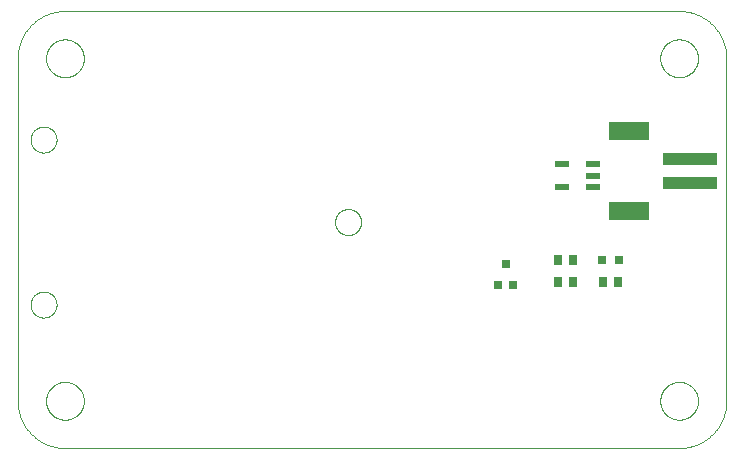
<source format=gtp>
G75*
%MOIN*%
%OFA0B0*%
%FSLAX25Y25*%
%IPPOS*%
%LPD*%
%AMOC8*
5,1,8,0,0,1.08239X$1,22.5*
%
%ADD10R,0.18110X0.03937*%
%ADD11R,0.13386X0.06299*%
%ADD12C,0.00000*%
%ADD13R,0.02756X0.02756*%
%ADD14R,0.04724X0.02165*%
%ADD15R,0.03150X0.03150*%
%ADD16R,0.02756X0.03543*%
D10*
X0268043Y0122554D03*
X0268043Y0130428D03*
D11*
X0247571Y0139877D03*
X0247571Y0113105D03*
D12*
X0264339Y0034156D02*
X0059614Y0034156D01*
X0053315Y0049904D02*
X0053317Y0050062D01*
X0053323Y0050220D01*
X0053333Y0050378D01*
X0053347Y0050536D01*
X0053365Y0050693D01*
X0053386Y0050850D01*
X0053412Y0051006D01*
X0053442Y0051162D01*
X0053475Y0051317D01*
X0053513Y0051470D01*
X0053554Y0051623D01*
X0053599Y0051775D01*
X0053648Y0051926D01*
X0053701Y0052075D01*
X0053757Y0052223D01*
X0053817Y0052369D01*
X0053881Y0052514D01*
X0053949Y0052657D01*
X0054020Y0052799D01*
X0054094Y0052939D01*
X0054172Y0053076D01*
X0054254Y0053212D01*
X0054338Y0053346D01*
X0054427Y0053477D01*
X0054518Y0053606D01*
X0054613Y0053733D01*
X0054710Y0053858D01*
X0054811Y0053980D01*
X0054915Y0054099D01*
X0055022Y0054216D01*
X0055132Y0054330D01*
X0055245Y0054441D01*
X0055360Y0054550D01*
X0055478Y0054655D01*
X0055599Y0054757D01*
X0055722Y0054857D01*
X0055848Y0054953D01*
X0055976Y0055046D01*
X0056106Y0055136D01*
X0056239Y0055222D01*
X0056374Y0055306D01*
X0056510Y0055385D01*
X0056649Y0055462D01*
X0056790Y0055534D01*
X0056932Y0055604D01*
X0057076Y0055669D01*
X0057222Y0055731D01*
X0057369Y0055789D01*
X0057518Y0055844D01*
X0057668Y0055895D01*
X0057819Y0055942D01*
X0057971Y0055985D01*
X0058124Y0056024D01*
X0058279Y0056060D01*
X0058434Y0056091D01*
X0058590Y0056119D01*
X0058746Y0056143D01*
X0058903Y0056163D01*
X0059061Y0056179D01*
X0059218Y0056191D01*
X0059377Y0056199D01*
X0059535Y0056203D01*
X0059693Y0056203D01*
X0059851Y0056199D01*
X0060010Y0056191D01*
X0060167Y0056179D01*
X0060325Y0056163D01*
X0060482Y0056143D01*
X0060638Y0056119D01*
X0060794Y0056091D01*
X0060949Y0056060D01*
X0061104Y0056024D01*
X0061257Y0055985D01*
X0061409Y0055942D01*
X0061560Y0055895D01*
X0061710Y0055844D01*
X0061859Y0055789D01*
X0062006Y0055731D01*
X0062152Y0055669D01*
X0062296Y0055604D01*
X0062438Y0055534D01*
X0062579Y0055462D01*
X0062718Y0055385D01*
X0062854Y0055306D01*
X0062989Y0055222D01*
X0063122Y0055136D01*
X0063252Y0055046D01*
X0063380Y0054953D01*
X0063506Y0054857D01*
X0063629Y0054757D01*
X0063750Y0054655D01*
X0063868Y0054550D01*
X0063983Y0054441D01*
X0064096Y0054330D01*
X0064206Y0054216D01*
X0064313Y0054099D01*
X0064417Y0053980D01*
X0064518Y0053858D01*
X0064615Y0053733D01*
X0064710Y0053606D01*
X0064801Y0053477D01*
X0064890Y0053346D01*
X0064974Y0053212D01*
X0065056Y0053076D01*
X0065134Y0052939D01*
X0065208Y0052799D01*
X0065279Y0052657D01*
X0065347Y0052514D01*
X0065411Y0052369D01*
X0065471Y0052223D01*
X0065527Y0052075D01*
X0065580Y0051926D01*
X0065629Y0051775D01*
X0065674Y0051623D01*
X0065715Y0051470D01*
X0065753Y0051317D01*
X0065786Y0051162D01*
X0065816Y0051006D01*
X0065842Y0050850D01*
X0065863Y0050693D01*
X0065881Y0050536D01*
X0065895Y0050378D01*
X0065905Y0050220D01*
X0065911Y0050062D01*
X0065913Y0049904D01*
X0065911Y0049746D01*
X0065905Y0049588D01*
X0065895Y0049430D01*
X0065881Y0049272D01*
X0065863Y0049115D01*
X0065842Y0048958D01*
X0065816Y0048802D01*
X0065786Y0048646D01*
X0065753Y0048491D01*
X0065715Y0048338D01*
X0065674Y0048185D01*
X0065629Y0048033D01*
X0065580Y0047882D01*
X0065527Y0047733D01*
X0065471Y0047585D01*
X0065411Y0047439D01*
X0065347Y0047294D01*
X0065279Y0047151D01*
X0065208Y0047009D01*
X0065134Y0046869D01*
X0065056Y0046732D01*
X0064974Y0046596D01*
X0064890Y0046462D01*
X0064801Y0046331D01*
X0064710Y0046202D01*
X0064615Y0046075D01*
X0064518Y0045950D01*
X0064417Y0045828D01*
X0064313Y0045709D01*
X0064206Y0045592D01*
X0064096Y0045478D01*
X0063983Y0045367D01*
X0063868Y0045258D01*
X0063750Y0045153D01*
X0063629Y0045051D01*
X0063506Y0044951D01*
X0063380Y0044855D01*
X0063252Y0044762D01*
X0063122Y0044672D01*
X0062989Y0044586D01*
X0062854Y0044502D01*
X0062718Y0044423D01*
X0062579Y0044346D01*
X0062438Y0044274D01*
X0062296Y0044204D01*
X0062152Y0044139D01*
X0062006Y0044077D01*
X0061859Y0044019D01*
X0061710Y0043964D01*
X0061560Y0043913D01*
X0061409Y0043866D01*
X0061257Y0043823D01*
X0061104Y0043784D01*
X0060949Y0043748D01*
X0060794Y0043717D01*
X0060638Y0043689D01*
X0060482Y0043665D01*
X0060325Y0043645D01*
X0060167Y0043629D01*
X0060010Y0043617D01*
X0059851Y0043609D01*
X0059693Y0043605D01*
X0059535Y0043605D01*
X0059377Y0043609D01*
X0059218Y0043617D01*
X0059061Y0043629D01*
X0058903Y0043645D01*
X0058746Y0043665D01*
X0058590Y0043689D01*
X0058434Y0043717D01*
X0058279Y0043748D01*
X0058124Y0043784D01*
X0057971Y0043823D01*
X0057819Y0043866D01*
X0057668Y0043913D01*
X0057518Y0043964D01*
X0057369Y0044019D01*
X0057222Y0044077D01*
X0057076Y0044139D01*
X0056932Y0044204D01*
X0056790Y0044274D01*
X0056649Y0044346D01*
X0056510Y0044423D01*
X0056374Y0044502D01*
X0056239Y0044586D01*
X0056106Y0044672D01*
X0055976Y0044762D01*
X0055848Y0044855D01*
X0055722Y0044951D01*
X0055599Y0045051D01*
X0055478Y0045153D01*
X0055360Y0045258D01*
X0055245Y0045367D01*
X0055132Y0045478D01*
X0055022Y0045592D01*
X0054915Y0045709D01*
X0054811Y0045828D01*
X0054710Y0045950D01*
X0054613Y0046075D01*
X0054518Y0046202D01*
X0054427Y0046331D01*
X0054338Y0046462D01*
X0054254Y0046596D01*
X0054172Y0046732D01*
X0054094Y0046869D01*
X0054020Y0047009D01*
X0053949Y0047151D01*
X0053881Y0047294D01*
X0053817Y0047439D01*
X0053757Y0047585D01*
X0053701Y0047733D01*
X0053648Y0047882D01*
X0053599Y0048033D01*
X0053554Y0048185D01*
X0053513Y0048338D01*
X0053475Y0048491D01*
X0053442Y0048646D01*
X0053412Y0048802D01*
X0053386Y0048958D01*
X0053365Y0049115D01*
X0053347Y0049272D01*
X0053333Y0049430D01*
X0053323Y0049588D01*
X0053317Y0049746D01*
X0053315Y0049904D01*
X0043866Y0049904D02*
X0043871Y0049523D01*
X0043884Y0049143D01*
X0043907Y0048763D01*
X0043940Y0048384D01*
X0043981Y0048006D01*
X0044031Y0047629D01*
X0044091Y0047253D01*
X0044159Y0046878D01*
X0044237Y0046506D01*
X0044324Y0046135D01*
X0044419Y0045767D01*
X0044524Y0045401D01*
X0044637Y0045038D01*
X0044759Y0044677D01*
X0044889Y0044320D01*
X0045029Y0043966D01*
X0045176Y0043615D01*
X0045333Y0043268D01*
X0045497Y0042925D01*
X0045670Y0042586D01*
X0045851Y0042251D01*
X0046040Y0041920D01*
X0046237Y0041595D01*
X0046441Y0041274D01*
X0046654Y0040958D01*
X0046874Y0040648D01*
X0047101Y0040342D01*
X0047336Y0040043D01*
X0047578Y0039749D01*
X0047826Y0039461D01*
X0048082Y0039179D01*
X0048345Y0038904D01*
X0048614Y0038635D01*
X0048889Y0038372D01*
X0049171Y0038116D01*
X0049459Y0037868D01*
X0049753Y0037626D01*
X0050052Y0037391D01*
X0050358Y0037164D01*
X0050668Y0036944D01*
X0050984Y0036731D01*
X0051305Y0036527D01*
X0051630Y0036330D01*
X0051961Y0036141D01*
X0052296Y0035960D01*
X0052635Y0035787D01*
X0052978Y0035623D01*
X0053325Y0035466D01*
X0053676Y0035319D01*
X0054030Y0035179D01*
X0054387Y0035049D01*
X0054748Y0034927D01*
X0055111Y0034814D01*
X0055477Y0034709D01*
X0055845Y0034614D01*
X0056216Y0034527D01*
X0056588Y0034449D01*
X0056963Y0034381D01*
X0057339Y0034321D01*
X0057716Y0034271D01*
X0058094Y0034230D01*
X0058473Y0034197D01*
X0058853Y0034174D01*
X0059233Y0034161D01*
X0059614Y0034156D01*
X0059233Y0034161D01*
X0058853Y0034174D01*
X0058473Y0034197D01*
X0058094Y0034230D01*
X0057716Y0034271D01*
X0057339Y0034321D01*
X0056963Y0034381D01*
X0056588Y0034449D01*
X0056216Y0034527D01*
X0055845Y0034614D01*
X0055477Y0034709D01*
X0055111Y0034814D01*
X0054748Y0034927D01*
X0054387Y0035049D01*
X0054030Y0035179D01*
X0053676Y0035319D01*
X0053325Y0035466D01*
X0052978Y0035623D01*
X0052635Y0035787D01*
X0052296Y0035960D01*
X0051961Y0036141D01*
X0051630Y0036330D01*
X0051305Y0036527D01*
X0050984Y0036731D01*
X0050668Y0036944D01*
X0050358Y0037164D01*
X0050052Y0037391D01*
X0049753Y0037626D01*
X0049459Y0037868D01*
X0049171Y0038116D01*
X0048889Y0038372D01*
X0048614Y0038635D01*
X0048345Y0038904D01*
X0048082Y0039179D01*
X0047826Y0039461D01*
X0047578Y0039749D01*
X0047336Y0040043D01*
X0047101Y0040342D01*
X0046874Y0040648D01*
X0046654Y0040958D01*
X0046441Y0041274D01*
X0046237Y0041595D01*
X0046040Y0041920D01*
X0045851Y0042251D01*
X0045670Y0042586D01*
X0045497Y0042925D01*
X0045333Y0043268D01*
X0045176Y0043615D01*
X0045029Y0043966D01*
X0044889Y0044320D01*
X0044759Y0044677D01*
X0044637Y0045038D01*
X0044524Y0045401D01*
X0044419Y0045767D01*
X0044324Y0046135D01*
X0044237Y0046506D01*
X0044159Y0046878D01*
X0044091Y0047253D01*
X0044031Y0047629D01*
X0043981Y0048006D01*
X0043940Y0048384D01*
X0043907Y0048763D01*
X0043884Y0049143D01*
X0043871Y0049523D01*
X0043866Y0049904D01*
X0043866Y0164077D01*
X0053315Y0164077D02*
X0053317Y0164235D01*
X0053323Y0164393D01*
X0053333Y0164551D01*
X0053347Y0164709D01*
X0053365Y0164866D01*
X0053386Y0165023D01*
X0053412Y0165179D01*
X0053442Y0165335D01*
X0053475Y0165490D01*
X0053513Y0165643D01*
X0053554Y0165796D01*
X0053599Y0165948D01*
X0053648Y0166099D01*
X0053701Y0166248D01*
X0053757Y0166396D01*
X0053817Y0166542D01*
X0053881Y0166687D01*
X0053949Y0166830D01*
X0054020Y0166972D01*
X0054094Y0167112D01*
X0054172Y0167249D01*
X0054254Y0167385D01*
X0054338Y0167519D01*
X0054427Y0167650D01*
X0054518Y0167779D01*
X0054613Y0167906D01*
X0054710Y0168031D01*
X0054811Y0168153D01*
X0054915Y0168272D01*
X0055022Y0168389D01*
X0055132Y0168503D01*
X0055245Y0168614D01*
X0055360Y0168723D01*
X0055478Y0168828D01*
X0055599Y0168930D01*
X0055722Y0169030D01*
X0055848Y0169126D01*
X0055976Y0169219D01*
X0056106Y0169309D01*
X0056239Y0169395D01*
X0056374Y0169479D01*
X0056510Y0169558D01*
X0056649Y0169635D01*
X0056790Y0169707D01*
X0056932Y0169777D01*
X0057076Y0169842D01*
X0057222Y0169904D01*
X0057369Y0169962D01*
X0057518Y0170017D01*
X0057668Y0170068D01*
X0057819Y0170115D01*
X0057971Y0170158D01*
X0058124Y0170197D01*
X0058279Y0170233D01*
X0058434Y0170264D01*
X0058590Y0170292D01*
X0058746Y0170316D01*
X0058903Y0170336D01*
X0059061Y0170352D01*
X0059218Y0170364D01*
X0059377Y0170372D01*
X0059535Y0170376D01*
X0059693Y0170376D01*
X0059851Y0170372D01*
X0060010Y0170364D01*
X0060167Y0170352D01*
X0060325Y0170336D01*
X0060482Y0170316D01*
X0060638Y0170292D01*
X0060794Y0170264D01*
X0060949Y0170233D01*
X0061104Y0170197D01*
X0061257Y0170158D01*
X0061409Y0170115D01*
X0061560Y0170068D01*
X0061710Y0170017D01*
X0061859Y0169962D01*
X0062006Y0169904D01*
X0062152Y0169842D01*
X0062296Y0169777D01*
X0062438Y0169707D01*
X0062579Y0169635D01*
X0062718Y0169558D01*
X0062854Y0169479D01*
X0062989Y0169395D01*
X0063122Y0169309D01*
X0063252Y0169219D01*
X0063380Y0169126D01*
X0063506Y0169030D01*
X0063629Y0168930D01*
X0063750Y0168828D01*
X0063868Y0168723D01*
X0063983Y0168614D01*
X0064096Y0168503D01*
X0064206Y0168389D01*
X0064313Y0168272D01*
X0064417Y0168153D01*
X0064518Y0168031D01*
X0064615Y0167906D01*
X0064710Y0167779D01*
X0064801Y0167650D01*
X0064890Y0167519D01*
X0064974Y0167385D01*
X0065056Y0167249D01*
X0065134Y0167112D01*
X0065208Y0166972D01*
X0065279Y0166830D01*
X0065347Y0166687D01*
X0065411Y0166542D01*
X0065471Y0166396D01*
X0065527Y0166248D01*
X0065580Y0166099D01*
X0065629Y0165948D01*
X0065674Y0165796D01*
X0065715Y0165643D01*
X0065753Y0165490D01*
X0065786Y0165335D01*
X0065816Y0165179D01*
X0065842Y0165023D01*
X0065863Y0164866D01*
X0065881Y0164709D01*
X0065895Y0164551D01*
X0065905Y0164393D01*
X0065911Y0164235D01*
X0065913Y0164077D01*
X0065911Y0163919D01*
X0065905Y0163761D01*
X0065895Y0163603D01*
X0065881Y0163445D01*
X0065863Y0163288D01*
X0065842Y0163131D01*
X0065816Y0162975D01*
X0065786Y0162819D01*
X0065753Y0162664D01*
X0065715Y0162511D01*
X0065674Y0162358D01*
X0065629Y0162206D01*
X0065580Y0162055D01*
X0065527Y0161906D01*
X0065471Y0161758D01*
X0065411Y0161612D01*
X0065347Y0161467D01*
X0065279Y0161324D01*
X0065208Y0161182D01*
X0065134Y0161042D01*
X0065056Y0160905D01*
X0064974Y0160769D01*
X0064890Y0160635D01*
X0064801Y0160504D01*
X0064710Y0160375D01*
X0064615Y0160248D01*
X0064518Y0160123D01*
X0064417Y0160001D01*
X0064313Y0159882D01*
X0064206Y0159765D01*
X0064096Y0159651D01*
X0063983Y0159540D01*
X0063868Y0159431D01*
X0063750Y0159326D01*
X0063629Y0159224D01*
X0063506Y0159124D01*
X0063380Y0159028D01*
X0063252Y0158935D01*
X0063122Y0158845D01*
X0062989Y0158759D01*
X0062854Y0158675D01*
X0062718Y0158596D01*
X0062579Y0158519D01*
X0062438Y0158447D01*
X0062296Y0158377D01*
X0062152Y0158312D01*
X0062006Y0158250D01*
X0061859Y0158192D01*
X0061710Y0158137D01*
X0061560Y0158086D01*
X0061409Y0158039D01*
X0061257Y0157996D01*
X0061104Y0157957D01*
X0060949Y0157921D01*
X0060794Y0157890D01*
X0060638Y0157862D01*
X0060482Y0157838D01*
X0060325Y0157818D01*
X0060167Y0157802D01*
X0060010Y0157790D01*
X0059851Y0157782D01*
X0059693Y0157778D01*
X0059535Y0157778D01*
X0059377Y0157782D01*
X0059218Y0157790D01*
X0059061Y0157802D01*
X0058903Y0157818D01*
X0058746Y0157838D01*
X0058590Y0157862D01*
X0058434Y0157890D01*
X0058279Y0157921D01*
X0058124Y0157957D01*
X0057971Y0157996D01*
X0057819Y0158039D01*
X0057668Y0158086D01*
X0057518Y0158137D01*
X0057369Y0158192D01*
X0057222Y0158250D01*
X0057076Y0158312D01*
X0056932Y0158377D01*
X0056790Y0158447D01*
X0056649Y0158519D01*
X0056510Y0158596D01*
X0056374Y0158675D01*
X0056239Y0158759D01*
X0056106Y0158845D01*
X0055976Y0158935D01*
X0055848Y0159028D01*
X0055722Y0159124D01*
X0055599Y0159224D01*
X0055478Y0159326D01*
X0055360Y0159431D01*
X0055245Y0159540D01*
X0055132Y0159651D01*
X0055022Y0159765D01*
X0054915Y0159882D01*
X0054811Y0160001D01*
X0054710Y0160123D01*
X0054613Y0160248D01*
X0054518Y0160375D01*
X0054427Y0160504D01*
X0054338Y0160635D01*
X0054254Y0160769D01*
X0054172Y0160905D01*
X0054094Y0161042D01*
X0054020Y0161182D01*
X0053949Y0161324D01*
X0053881Y0161467D01*
X0053817Y0161612D01*
X0053757Y0161758D01*
X0053701Y0161906D01*
X0053648Y0162055D01*
X0053599Y0162206D01*
X0053554Y0162358D01*
X0053513Y0162511D01*
X0053475Y0162664D01*
X0053442Y0162819D01*
X0053412Y0162975D01*
X0053386Y0163131D01*
X0053365Y0163288D01*
X0053347Y0163445D01*
X0053333Y0163603D01*
X0053323Y0163761D01*
X0053317Y0163919D01*
X0053315Y0164077D01*
X0043866Y0164077D02*
X0043871Y0164458D01*
X0043884Y0164838D01*
X0043907Y0165218D01*
X0043940Y0165597D01*
X0043981Y0165975D01*
X0044031Y0166352D01*
X0044091Y0166728D01*
X0044159Y0167103D01*
X0044237Y0167475D01*
X0044324Y0167846D01*
X0044419Y0168214D01*
X0044524Y0168580D01*
X0044637Y0168943D01*
X0044759Y0169304D01*
X0044889Y0169661D01*
X0045029Y0170015D01*
X0045176Y0170366D01*
X0045333Y0170713D01*
X0045497Y0171056D01*
X0045670Y0171395D01*
X0045851Y0171730D01*
X0046040Y0172061D01*
X0046237Y0172386D01*
X0046441Y0172707D01*
X0046654Y0173023D01*
X0046874Y0173333D01*
X0047101Y0173639D01*
X0047336Y0173938D01*
X0047578Y0174232D01*
X0047826Y0174520D01*
X0048082Y0174802D01*
X0048345Y0175077D01*
X0048614Y0175346D01*
X0048889Y0175609D01*
X0049171Y0175865D01*
X0049459Y0176113D01*
X0049753Y0176355D01*
X0050052Y0176590D01*
X0050358Y0176817D01*
X0050668Y0177037D01*
X0050984Y0177250D01*
X0051305Y0177454D01*
X0051630Y0177651D01*
X0051961Y0177840D01*
X0052296Y0178021D01*
X0052635Y0178194D01*
X0052978Y0178358D01*
X0053325Y0178515D01*
X0053676Y0178662D01*
X0054030Y0178802D01*
X0054387Y0178932D01*
X0054748Y0179054D01*
X0055111Y0179167D01*
X0055477Y0179272D01*
X0055845Y0179367D01*
X0056216Y0179454D01*
X0056588Y0179532D01*
X0056963Y0179600D01*
X0057339Y0179660D01*
X0057716Y0179710D01*
X0058094Y0179751D01*
X0058473Y0179784D01*
X0058853Y0179807D01*
X0059233Y0179820D01*
X0059614Y0179825D01*
X0264339Y0179825D01*
X0258040Y0164077D02*
X0258042Y0164235D01*
X0258048Y0164393D01*
X0258058Y0164551D01*
X0258072Y0164709D01*
X0258090Y0164866D01*
X0258111Y0165023D01*
X0258137Y0165179D01*
X0258167Y0165335D01*
X0258200Y0165490D01*
X0258238Y0165643D01*
X0258279Y0165796D01*
X0258324Y0165948D01*
X0258373Y0166099D01*
X0258426Y0166248D01*
X0258482Y0166396D01*
X0258542Y0166542D01*
X0258606Y0166687D01*
X0258674Y0166830D01*
X0258745Y0166972D01*
X0258819Y0167112D01*
X0258897Y0167249D01*
X0258979Y0167385D01*
X0259063Y0167519D01*
X0259152Y0167650D01*
X0259243Y0167779D01*
X0259338Y0167906D01*
X0259435Y0168031D01*
X0259536Y0168153D01*
X0259640Y0168272D01*
X0259747Y0168389D01*
X0259857Y0168503D01*
X0259970Y0168614D01*
X0260085Y0168723D01*
X0260203Y0168828D01*
X0260324Y0168930D01*
X0260447Y0169030D01*
X0260573Y0169126D01*
X0260701Y0169219D01*
X0260831Y0169309D01*
X0260964Y0169395D01*
X0261099Y0169479D01*
X0261235Y0169558D01*
X0261374Y0169635D01*
X0261515Y0169707D01*
X0261657Y0169777D01*
X0261801Y0169842D01*
X0261947Y0169904D01*
X0262094Y0169962D01*
X0262243Y0170017D01*
X0262393Y0170068D01*
X0262544Y0170115D01*
X0262696Y0170158D01*
X0262849Y0170197D01*
X0263004Y0170233D01*
X0263159Y0170264D01*
X0263315Y0170292D01*
X0263471Y0170316D01*
X0263628Y0170336D01*
X0263786Y0170352D01*
X0263943Y0170364D01*
X0264102Y0170372D01*
X0264260Y0170376D01*
X0264418Y0170376D01*
X0264576Y0170372D01*
X0264735Y0170364D01*
X0264892Y0170352D01*
X0265050Y0170336D01*
X0265207Y0170316D01*
X0265363Y0170292D01*
X0265519Y0170264D01*
X0265674Y0170233D01*
X0265829Y0170197D01*
X0265982Y0170158D01*
X0266134Y0170115D01*
X0266285Y0170068D01*
X0266435Y0170017D01*
X0266584Y0169962D01*
X0266731Y0169904D01*
X0266877Y0169842D01*
X0267021Y0169777D01*
X0267163Y0169707D01*
X0267304Y0169635D01*
X0267443Y0169558D01*
X0267579Y0169479D01*
X0267714Y0169395D01*
X0267847Y0169309D01*
X0267977Y0169219D01*
X0268105Y0169126D01*
X0268231Y0169030D01*
X0268354Y0168930D01*
X0268475Y0168828D01*
X0268593Y0168723D01*
X0268708Y0168614D01*
X0268821Y0168503D01*
X0268931Y0168389D01*
X0269038Y0168272D01*
X0269142Y0168153D01*
X0269243Y0168031D01*
X0269340Y0167906D01*
X0269435Y0167779D01*
X0269526Y0167650D01*
X0269615Y0167519D01*
X0269699Y0167385D01*
X0269781Y0167249D01*
X0269859Y0167112D01*
X0269933Y0166972D01*
X0270004Y0166830D01*
X0270072Y0166687D01*
X0270136Y0166542D01*
X0270196Y0166396D01*
X0270252Y0166248D01*
X0270305Y0166099D01*
X0270354Y0165948D01*
X0270399Y0165796D01*
X0270440Y0165643D01*
X0270478Y0165490D01*
X0270511Y0165335D01*
X0270541Y0165179D01*
X0270567Y0165023D01*
X0270588Y0164866D01*
X0270606Y0164709D01*
X0270620Y0164551D01*
X0270630Y0164393D01*
X0270636Y0164235D01*
X0270638Y0164077D01*
X0270636Y0163919D01*
X0270630Y0163761D01*
X0270620Y0163603D01*
X0270606Y0163445D01*
X0270588Y0163288D01*
X0270567Y0163131D01*
X0270541Y0162975D01*
X0270511Y0162819D01*
X0270478Y0162664D01*
X0270440Y0162511D01*
X0270399Y0162358D01*
X0270354Y0162206D01*
X0270305Y0162055D01*
X0270252Y0161906D01*
X0270196Y0161758D01*
X0270136Y0161612D01*
X0270072Y0161467D01*
X0270004Y0161324D01*
X0269933Y0161182D01*
X0269859Y0161042D01*
X0269781Y0160905D01*
X0269699Y0160769D01*
X0269615Y0160635D01*
X0269526Y0160504D01*
X0269435Y0160375D01*
X0269340Y0160248D01*
X0269243Y0160123D01*
X0269142Y0160001D01*
X0269038Y0159882D01*
X0268931Y0159765D01*
X0268821Y0159651D01*
X0268708Y0159540D01*
X0268593Y0159431D01*
X0268475Y0159326D01*
X0268354Y0159224D01*
X0268231Y0159124D01*
X0268105Y0159028D01*
X0267977Y0158935D01*
X0267847Y0158845D01*
X0267714Y0158759D01*
X0267579Y0158675D01*
X0267443Y0158596D01*
X0267304Y0158519D01*
X0267163Y0158447D01*
X0267021Y0158377D01*
X0266877Y0158312D01*
X0266731Y0158250D01*
X0266584Y0158192D01*
X0266435Y0158137D01*
X0266285Y0158086D01*
X0266134Y0158039D01*
X0265982Y0157996D01*
X0265829Y0157957D01*
X0265674Y0157921D01*
X0265519Y0157890D01*
X0265363Y0157862D01*
X0265207Y0157838D01*
X0265050Y0157818D01*
X0264892Y0157802D01*
X0264735Y0157790D01*
X0264576Y0157782D01*
X0264418Y0157778D01*
X0264260Y0157778D01*
X0264102Y0157782D01*
X0263943Y0157790D01*
X0263786Y0157802D01*
X0263628Y0157818D01*
X0263471Y0157838D01*
X0263315Y0157862D01*
X0263159Y0157890D01*
X0263004Y0157921D01*
X0262849Y0157957D01*
X0262696Y0157996D01*
X0262544Y0158039D01*
X0262393Y0158086D01*
X0262243Y0158137D01*
X0262094Y0158192D01*
X0261947Y0158250D01*
X0261801Y0158312D01*
X0261657Y0158377D01*
X0261515Y0158447D01*
X0261374Y0158519D01*
X0261235Y0158596D01*
X0261099Y0158675D01*
X0260964Y0158759D01*
X0260831Y0158845D01*
X0260701Y0158935D01*
X0260573Y0159028D01*
X0260447Y0159124D01*
X0260324Y0159224D01*
X0260203Y0159326D01*
X0260085Y0159431D01*
X0259970Y0159540D01*
X0259857Y0159651D01*
X0259747Y0159765D01*
X0259640Y0159882D01*
X0259536Y0160001D01*
X0259435Y0160123D01*
X0259338Y0160248D01*
X0259243Y0160375D01*
X0259152Y0160504D01*
X0259063Y0160635D01*
X0258979Y0160769D01*
X0258897Y0160905D01*
X0258819Y0161042D01*
X0258745Y0161182D01*
X0258674Y0161324D01*
X0258606Y0161467D01*
X0258542Y0161612D01*
X0258482Y0161758D01*
X0258426Y0161906D01*
X0258373Y0162055D01*
X0258324Y0162206D01*
X0258279Y0162358D01*
X0258238Y0162511D01*
X0258200Y0162664D01*
X0258167Y0162819D01*
X0258137Y0162975D01*
X0258111Y0163131D01*
X0258090Y0163288D01*
X0258072Y0163445D01*
X0258058Y0163603D01*
X0258048Y0163761D01*
X0258042Y0163919D01*
X0258040Y0164077D01*
X0264339Y0179825D02*
X0264720Y0179820D01*
X0265100Y0179807D01*
X0265480Y0179784D01*
X0265859Y0179751D01*
X0266237Y0179710D01*
X0266614Y0179660D01*
X0266990Y0179600D01*
X0267365Y0179532D01*
X0267737Y0179454D01*
X0268108Y0179367D01*
X0268476Y0179272D01*
X0268842Y0179167D01*
X0269205Y0179054D01*
X0269566Y0178932D01*
X0269923Y0178802D01*
X0270277Y0178662D01*
X0270628Y0178515D01*
X0270975Y0178358D01*
X0271318Y0178194D01*
X0271657Y0178021D01*
X0271992Y0177840D01*
X0272323Y0177651D01*
X0272648Y0177454D01*
X0272969Y0177250D01*
X0273285Y0177037D01*
X0273595Y0176817D01*
X0273901Y0176590D01*
X0274200Y0176355D01*
X0274494Y0176113D01*
X0274782Y0175865D01*
X0275064Y0175609D01*
X0275339Y0175346D01*
X0275608Y0175077D01*
X0275871Y0174802D01*
X0276127Y0174520D01*
X0276375Y0174232D01*
X0276617Y0173938D01*
X0276852Y0173639D01*
X0277079Y0173333D01*
X0277299Y0173023D01*
X0277512Y0172707D01*
X0277716Y0172386D01*
X0277913Y0172061D01*
X0278102Y0171730D01*
X0278283Y0171395D01*
X0278456Y0171056D01*
X0278620Y0170713D01*
X0278777Y0170366D01*
X0278924Y0170015D01*
X0279064Y0169661D01*
X0279194Y0169304D01*
X0279316Y0168943D01*
X0279429Y0168580D01*
X0279534Y0168214D01*
X0279629Y0167846D01*
X0279716Y0167475D01*
X0279794Y0167103D01*
X0279862Y0166728D01*
X0279922Y0166352D01*
X0279972Y0165975D01*
X0280013Y0165597D01*
X0280046Y0165218D01*
X0280069Y0164838D01*
X0280082Y0164458D01*
X0280087Y0164077D01*
X0280087Y0049904D01*
X0258040Y0049904D02*
X0258042Y0050062D01*
X0258048Y0050220D01*
X0258058Y0050378D01*
X0258072Y0050536D01*
X0258090Y0050693D01*
X0258111Y0050850D01*
X0258137Y0051006D01*
X0258167Y0051162D01*
X0258200Y0051317D01*
X0258238Y0051470D01*
X0258279Y0051623D01*
X0258324Y0051775D01*
X0258373Y0051926D01*
X0258426Y0052075D01*
X0258482Y0052223D01*
X0258542Y0052369D01*
X0258606Y0052514D01*
X0258674Y0052657D01*
X0258745Y0052799D01*
X0258819Y0052939D01*
X0258897Y0053076D01*
X0258979Y0053212D01*
X0259063Y0053346D01*
X0259152Y0053477D01*
X0259243Y0053606D01*
X0259338Y0053733D01*
X0259435Y0053858D01*
X0259536Y0053980D01*
X0259640Y0054099D01*
X0259747Y0054216D01*
X0259857Y0054330D01*
X0259970Y0054441D01*
X0260085Y0054550D01*
X0260203Y0054655D01*
X0260324Y0054757D01*
X0260447Y0054857D01*
X0260573Y0054953D01*
X0260701Y0055046D01*
X0260831Y0055136D01*
X0260964Y0055222D01*
X0261099Y0055306D01*
X0261235Y0055385D01*
X0261374Y0055462D01*
X0261515Y0055534D01*
X0261657Y0055604D01*
X0261801Y0055669D01*
X0261947Y0055731D01*
X0262094Y0055789D01*
X0262243Y0055844D01*
X0262393Y0055895D01*
X0262544Y0055942D01*
X0262696Y0055985D01*
X0262849Y0056024D01*
X0263004Y0056060D01*
X0263159Y0056091D01*
X0263315Y0056119D01*
X0263471Y0056143D01*
X0263628Y0056163D01*
X0263786Y0056179D01*
X0263943Y0056191D01*
X0264102Y0056199D01*
X0264260Y0056203D01*
X0264418Y0056203D01*
X0264576Y0056199D01*
X0264735Y0056191D01*
X0264892Y0056179D01*
X0265050Y0056163D01*
X0265207Y0056143D01*
X0265363Y0056119D01*
X0265519Y0056091D01*
X0265674Y0056060D01*
X0265829Y0056024D01*
X0265982Y0055985D01*
X0266134Y0055942D01*
X0266285Y0055895D01*
X0266435Y0055844D01*
X0266584Y0055789D01*
X0266731Y0055731D01*
X0266877Y0055669D01*
X0267021Y0055604D01*
X0267163Y0055534D01*
X0267304Y0055462D01*
X0267443Y0055385D01*
X0267579Y0055306D01*
X0267714Y0055222D01*
X0267847Y0055136D01*
X0267977Y0055046D01*
X0268105Y0054953D01*
X0268231Y0054857D01*
X0268354Y0054757D01*
X0268475Y0054655D01*
X0268593Y0054550D01*
X0268708Y0054441D01*
X0268821Y0054330D01*
X0268931Y0054216D01*
X0269038Y0054099D01*
X0269142Y0053980D01*
X0269243Y0053858D01*
X0269340Y0053733D01*
X0269435Y0053606D01*
X0269526Y0053477D01*
X0269615Y0053346D01*
X0269699Y0053212D01*
X0269781Y0053076D01*
X0269859Y0052939D01*
X0269933Y0052799D01*
X0270004Y0052657D01*
X0270072Y0052514D01*
X0270136Y0052369D01*
X0270196Y0052223D01*
X0270252Y0052075D01*
X0270305Y0051926D01*
X0270354Y0051775D01*
X0270399Y0051623D01*
X0270440Y0051470D01*
X0270478Y0051317D01*
X0270511Y0051162D01*
X0270541Y0051006D01*
X0270567Y0050850D01*
X0270588Y0050693D01*
X0270606Y0050536D01*
X0270620Y0050378D01*
X0270630Y0050220D01*
X0270636Y0050062D01*
X0270638Y0049904D01*
X0270636Y0049746D01*
X0270630Y0049588D01*
X0270620Y0049430D01*
X0270606Y0049272D01*
X0270588Y0049115D01*
X0270567Y0048958D01*
X0270541Y0048802D01*
X0270511Y0048646D01*
X0270478Y0048491D01*
X0270440Y0048338D01*
X0270399Y0048185D01*
X0270354Y0048033D01*
X0270305Y0047882D01*
X0270252Y0047733D01*
X0270196Y0047585D01*
X0270136Y0047439D01*
X0270072Y0047294D01*
X0270004Y0047151D01*
X0269933Y0047009D01*
X0269859Y0046869D01*
X0269781Y0046732D01*
X0269699Y0046596D01*
X0269615Y0046462D01*
X0269526Y0046331D01*
X0269435Y0046202D01*
X0269340Y0046075D01*
X0269243Y0045950D01*
X0269142Y0045828D01*
X0269038Y0045709D01*
X0268931Y0045592D01*
X0268821Y0045478D01*
X0268708Y0045367D01*
X0268593Y0045258D01*
X0268475Y0045153D01*
X0268354Y0045051D01*
X0268231Y0044951D01*
X0268105Y0044855D01*
X0267977Y0044762D01*
X0267847Y0044672D01*
X0267714Y0044586D01*
X0267579Y0044502D01*
X0267443Y0044423D01*
X0267304Y0044346D01*
X0267163Y0044274D01*
X0267021Y0044204D01*
X0266877Y0044139D01*
X0266731Y0044077D01*
X0266584Y0044019D01*
X0266435Y0043964D01*
X0266285Y0043913D01*
X0266134Y0043866D01*
X0265982Y0043823D01*
X0265829Y0043784D01*
X0265674Y0043748D01*
X0265519Y0043717D01*
X0265363Y0043689D01*
X0265207Y0043665D01*
X0265050Y0043645D01*
X0264892Y0043629D01*
X0264735Y0043617D01*
X0264576Y0043609D01*
X0264418Y0043605D01*
X0264260Y0043605D01*
X0264102Y0043609D01*
X0263943Y0043617D01*
X0263786Y0043629D01*
X0263628Y0043645D01*
X0263471Y0043665D01*
X0263315Y0043689D01*
X0263159Y0043717D01*
X0263004Y0043748D01*
X0262849Y0043784D01*
X0262696Y0043823D01*
X0262544Y0043866D01*
X0262393Y0043913D01*
X0262243Y0043964D01*
X0262094Y0044019D01*
X0261947Y0044077D01*
X0261801Y0044139D01*
X0261657Y0044204D01*
X0261515Y0044274D01*
X0261374Y0044346D01*
X0261235Y0044423D01*
X0261099Y0044502D01*
X0260964Y0044586D01*
X0260831Y0044672D01*
X0260701Y0044762D01*
X0260573Y0044855D01*
X0260447Y0044951D01*
X0260324Y0045051D01*
X0260203Y0045153D01*
X0260085Y0045258D01*
X0259970Y0045367D01*
X0259857Y0045478D01*
X0259747Y0045592D01*
X0259640Y0045709D01*
X0259536Y0045828D01*
X0259435Y0045950D01*
X0259338Y0046075D01*
X0259243Y0046202D01*
X0259152Y0046331D01*
X0259063Y0046462D01*
X0258979Y0046596D01*
X0258897Y0046732D01*
X0258819Y0046869D01*
X0258745Y0047009D01*
X0258674Y0047151D01*
X0258606Y0047294D01*
X0258542Y0047439D01*
X0258482Y0047585D01*
X0258426Y0047733D01*
X0258373Y0047882D01*
X0258324Y0048033D01*
X0258279Y0048185D01*
X0258238Y0048338D01*
X0258200Y0048491D01*
X0258167Y0048646D01*
X0258137Y0048802D01*
X0258111Y0048958D01*
X0258090Y0049115D01*
X0258072Y0049272D01*
X0258058Y0049430D01*
X0258048Y0049588D01*
X0258042Y0049746D01*
X0258040Y0049904D01*
X0264339Y0034156D02*
X0264720Y0034161D01*
X0265100Y0034174D01*
X0265480Y0034197D01*
X0265859Y0034230D01*
X0266237Y0034271D01*
X0266614Y0034321D01*
X0266990Y0034381D01*
X0267365Y0034449D01*
X0267737Y0034527D01*
X0268108Y0034614D01*
X0268476Y0034709D01*
X0268842Y0034814D01*
X0269205Y0034927D01*
X0269566Y0035049D01*
X0269923Y0035179D01*
X0270277Y0035319D01*
X0270628Y0035466D01*
X0270975Y0035623D01*
X0271318Y0035787D01*
X0271657Y0035960D01*
X0271992Y0036141D01*
X0272323Y0036330D01*
X0272648Y0036527D01*
X0272969Y0036731D01*
X0273285Y0036944D01*
X0273595Y0037164D01*
X0273901Y0037391D01*
X0274200Y0037626D01*
X0274494Y0037868D01*
X0274782Y0038116D01*
X0275064Y0038372D01*
X0275339Y0038635D01*
X0275608Y0038904D01*
X0275871Y0039179D01*
X0276127Y0039461D01*
X0276375Y0039749D01*
X0276617Y0040043D01*
X0276852Y0040342D01*
X0277079Y0040648D01*
X0277299Y0040958D01*
X0277512Y0041274D01*
X0277716Y0041595D01*
X0277913Y0041920D01*
X0278102Y0042251D01*
X0278283Y0042586D01*
X0278456Y0042925D01*
X0278620Y0043268D01*
X0278777Y0043615D01*
X0278924Y0043966D01*
X0279064Y0044320D01*
X0279194Y0044677D01*
X0279316Y0045038D01*
X0279429Y0045401D01*
X0279534Y0045767D01*
X0279629Y0046135D01*
X0279716Y0046506D01*
X0279794Y0046878D01*
X0279862Y0047253D01*
X0279922Y0047629D01*
X0279972Y0048006D01*
X0280013Y0048384D01*
X0280046Y0048763D01*
X0280069Y0049143D01*
X0280082Y0049523D01*
X0280087Y0049904D01*
X0280082Y0049523D01*
X0280069Y0049143D01*
X0280046Y0048763D01*
X0280013Y0048384D01*
X0279972Y0048006D01*
X0279922Y0047629D01*
X0279862Y0047253D01*
X0279794Y0046878D01*
X0279716Y0046506D01*
X0279629Y0046135D01*
X0279534Y0045767D01*
X0279429Y0045401D01*
X0279316Y0045038D01*
X0279194Y0044677D01*
X0279064Y0044320D01*
X0278924Y0043966D01*
X0278777Y0043615D01*
X0278620Y0043268D01*
X0278456Y0042925D01*
X0278283Y0042586D01*
X0278102Y0042251D01*
X0277913Y0041920D01*
X0277716Y0041595D01*
X0277512Y0041274D01*
X0277299Y0040958D01*
X0277079Y0040648D01*
X0276852Y0040342D01*
X0276617Y0040043D01*
X0276375Y0039749D01*
X0276127Y0039461D01*
X0275871Y0039179D01*
X0275608Y0038904D01*
X0275339Y0038635D01*
X0275064Y0038372D01*
X0274782Y0038116D01*
X0274494Y0037868D01*
X0274200Y0037626D01*
X0273901Y0037391D01*
X0273595Y0037164D01*
X0273285Y0036944D01*
X0272969Y0036731D01*
X0272648Y0036527D01*
X0272323Y0036330D01*
X0271992Y0036141D01*
X0271657Y0035960D01*
X0271318Y0035787D01*
X0270975Y0035623D01*
X0270628Y0035466D01*
X0270277Y0035319D01*
X0269923Y0035179D01*
X0269566Y0035049D01*
X0269205Y0034927D01*
X0268842Y0034814D01*
X0268476Y0034709D01*
X0268108Y0034614D01*
X0267737Y0034527D01*
X0267365Y0034449D01*
X0266990Y0034381D01*
X0266614Y0034321D01*
X0266237Y0034271D01*
X0265859Y0034230D01*
X0265480Y0034197D01*
X0265100Y0034174D01*
X0264720Y0034161D01*
X0264339Y0034156D01*
X0149645Y0109491D02*
X0149647Y0109622D01*
X0149653Y0109754D01*
X0149663Y0109885D01*
X0149677Y0110016D01*
X0149695Y0110146D01*
X0149717Y0110275D01*
X0149742Y0110404D01*
X0149772Y0110532D01*
X0149806Y0110659D01*
X0149843Y0110786D01*
X0149884Y0110910D01*
X0149929Y0111034D01*
X0149978Y0111156D01*
X0150030Y0111277D01*
X0150086Y0111395D01*
X0150146Y0111513D01*
X0150209Y0111628D01*
X0150276Y0111741D01*
X0150346Y0111853D01*
X0150419Y0111962D01*
X0150495Y0112068D01*
X0150575Y0112173D01*
X0150658Y0112275D01*
X0150744Y0112374D01*
X0150833Y0112471D01*
X0150925Y0112565D01*
X0151020Y0112656D01*
X0151117Y0112745D01*
X0151217Y0112830D01*
X0151320Y0112912D01*
X0151425Y0112991D01*
X0151532Y0113067D01*
X0151642Y0113139D01*
X0151754Y0113208D01*
X0151868Y0113274D01*
X0151983Y0113336D01*
X0152101Y0113395D01*
X0152220Y0113450D01*
X0152341Y0113502D01*
X0152464Y0113549D01*
X0152588Y0113593D01*
X0152713Y0113634D01*
X0152839Y0113670D01*
X0152967Y0113703D01*
X0153095Y0113731D01*
X0153224Y0113756D01*
X0153354Y0113777D01*
X0153484Y0113794D01*
X0153615Y0113807D01*
X0153746Y0113816D01*
X0153877Y0113821D01*
X0154009Y0113822D01*
X0154140Y0113819D01*
X0154272Y0113812D01*
X0154403Y0113801D01*
X0154533Y0113786D01*
X0154663Y0113767D01*
X0154793Y0113744D01*
X0154921Y0113718D01*
X0155049Y0113687D01*
X0155176Y0113652D01*
X0155302Y0113614D01*
X0155426Y0113572D01*
X0155550Y0113526D01*
X0155671Y0113476D01*
X0155791Y0113423D01*
X0155910Y0113366D01*
X0156027Y0113306D01*
X0156141Y0113242D01*
X0156254Y0113174D01*
X0156365Y0113103D01*
X0156474Y0113029D01*
X0156580Y0112952D01*
X0156684Y0112871D01*
X0156785Y0112788D01*
X0156884Y0112701D01*
X0156980Y0112611D01*
X0157073Y0112518D01*
X0157164Y0112423D01*
X0157251Y0112325D01*
X0157336Y0112224D01*
X0157417Y0112121D01*
X0157495Y0112015D01*
X0157570Y0111907D01*
X0157642Y0111797D01*
X0157710Y0111685D01*
X0157775Y0111571D01*
X0157836Y0111454D01*
X0157894Y0111336D01*
X0157948Y0111216D01*
X0157999Y0111095D01*
X0158046Y0110972D01*
X0158089Y0110848D01*
X0158128Y0110723D01*
X0158164Y0110596D01*
X0158195Y0110468D01*
X0158223Y0110340D01*
X0158247Y0110211D01*
X0158267Y0110081D01*
X0158283Y0109950D01*
X0158295Y0109819D01*
X0158303Y0109688D01*
X0158307Y0109557D01*
X0158307Y0109425D01*
X0158303Y0109294D01*
X0158295Y0109163D01*
X0158283Y0109032D01*
X0158267Y0108901D01*
X0158247Y0108771D01*
X0158223Y0108642D01*
X0158195Y0108514D01*
X0158164Y0108386D01*
X0158128Y0108259D01*
X0158089Y0108134D01*
X0158046Y0108010D01*
X0157999Y0107887D01*
X0157948Y0107766D01*
X0157894Y0107646D01*
X0157836Y0107528D01*
X0157775Y0107411D01*
X0157710Y0107297D01*
X0157642Y0107185D01*
X0157570Y0107075D01*
X0157495Y0106967D01*
X0157417Y0106861D01*
X0157336Y0106758D01*
X0157251Y0106657D01*
X0157164Y0106559D01*
X0157073Y0106464D01*
X0156980Y0106371D01*
X0156884Y0106281D01*
X0156785Y0106194D01*
X0156684Y0106111D01*
X0156580Y0106030D01*
X0156474Y0105953D01*
X0156365Y0105879D01*
X0156254Y0105808D01*
X0156142Y0105740D01*
X0156027Y0105676D01*
X0155910Y0105616D01*
X0155791Y0105559D01*
X0155671Y0105506D01*
X0155550Y0105456D01*
X0155426Y0105410D01*
X0155302Y0105368D01*
X0155176Y0105330D01*
X0155049Y0105295D01*
X0154921Y0105264D01*
X0154793Y0105238D01*
X0154663Y0105215D01*
X0154533Y0105196D01*
X0154403Y0105181D01*
X0154272Y0105170D01*
X0154140Y0105163D01*
X0154009Y0105160D01*
X0153877Y0105161D01*
X0153746Y0105166D01*
X0153615Y0105175D01*
X0153484Y0105188D01*
X0153354Y0105205D01*
X0153224Y0105226D01*
X0153095Y0105251D01*
X0152967Y0105279D01*
X0152839Y0105312D01*
X0152713Y0105348D01*
X0152588Y0105389D01*
X0152464Y0105433D01*
X0152341Y0105480D01*
X0152220Y0105532D01*
X0152101Y0105587D01*
X0151983Y0105646D01*
X0151868Y0105708D01*
X0151754Y0105774D01*
X0151642Y0105843D01*
X0151532Y0105915D01*
X0151425Y0105991D01*
X0151320Y0106070D01*
X0151217Y0106152D01*
X0151117Y0106237D01*
X0151020Y0106326D01*
X0150925Y0106417D01*
X0150833Y0106511D01*
X0150744Y0106608D01*
X0150658Y0106707D01*
X0150575Y0106809D01*
X0150495Y0106914D01*
X0150419Y0107020D01*
X0150346Y0107129D01*
X0150276Y0107241D01*
X0150209Y0107354D01*
X0150146Y0107469D01*
X0150086Y0107587D01*
X0150030Y0107705D01*
X0149978Y0107826D01*
X0149929Y0107948D01*
X0149884Y0108072D01*
X0149843Y0108196D01*
X0149806Y0108323D01*
X0149772Y0108450D01*
X0149742Y0108578D01*
X0149717Y0108707D01*
X0149695Y0108836D01*
X0149677Y0108966D01*
X0149663Y0109097D01*
X0149653Y0109228D01*
X0149647Y0109360D01*
X0149645Y0109491D01*
X0059614Y0179825D02*
X0059233Y0179820D01*
X0058853Y0179807D01*
X0058473Y0179784D01*
X0058094Y0179751D01*
X0057716Y0179710D01*
X0057339Y0179660D01*
X0056963Y0179600D01*
X0056588Y0179532D01*
X0056216Y0179454D01*
X0055845Y0179367D01*
X0055477Y0179272D01*
X0055111Y0179167D01*
X0054748Y0179054D01*
X0054387Y0178932D01*
X0054030Y0178802D01*
X0053676Y0178662D01*
X0053325Y0178515D01*
X0052978Y0178358D01*
X0052635Y0178194D01*
X0052296Y0178021D01*
X0051961Y0177840D01*
X0051630Y0177651D01*
X0051305Y0177454D01*
X0050984Y0177250D01*
X0050668Y0177037D01*
X0050358Y0176817D01*
X0050052Y0176590D01*
X0049753Y0176355D01*
X0049459Y0176113D01*
X0049171Y0175865D01*
X0048889Y0175609D01*
X0048614Y0175346D01*
X0048345Y0175077D01*
X0048082Y0174802D01*
X0047826Y0174520D01*
X0047578Y0174232D01*
X0047336Y0173938D01*
X0047101Y0173639D01*
X0046874Y0173333D01*
X0046654Y0173023D01*
X0046441Y0172707D01*
X0046237Y0172386D01*
X0046040Y0172061D01*
X0045851Y0171730D01*
X0045670Y0171395D01*
X0045497Y0171056D01*
X0045333Y0170713D01*
X0045176Y0170366D01*
X0045029Y0170015D01*
X0044889Y0169661D01*
X0044759Y0169304D01*
X0044637Y0168943D01*
X0044524Y0168580D01*
X0044419Y0168214D01*
X0044324Y0167846D01*
X0044237Y0167475D01*
X0044159Y0167103D01*
X0044091Y0166728D01*
X0044031Y0166352D01*
X0043981Y0165975D01*
X0043940Y0165597D01*
X0043907Y0165218D01*
X0043884Y0164838D01*
X0043871Y0164458D01*
X0043866Y0164077D01*
X0048145Y0136991D02*
X0048147Y0137122D01*
X0048153Y0137254D01*
X0048163Y0137385D01*
X0048177Y0137516D01*
X0048195Y0137646D01*
X0048217Y0137775D01*
X0048242Y0137904D01*
X0048272Y0138032D01*
X0048306Y0138159D01*
X0048343Y0138286D01*
X0048384Y0138410D01*
X0048429Y0138534D01*
X0048478Y0138656D01*
X0048530Y0138777D01*
X0048586Y0138895D01*
X0048646Y0139013D01*
X0048709Y0139128D01*
X0048776Y0139241D01*
X0048846Y0139353D01*
X0048919Y0139462D01*
X0048995Y0139568D01*
X0049075Y0139673D01*
X0049158Y0139775D01*
X0049244Y0139874D01*
X0049333Y0139971D01*
X0049425Y0140065D01*
X0049520Y0140156D01*
X0049617Y0140245D01*
X0049717Y0140330D01*
X0049820Y0140412D01*
X0049925Y0140491D01*
X0050032Y0140567D01*
X0050142Y0140639D01*
X0050254Y0140708D01*
X0050368Y0140774D01*
X0050483Y0140836D01*
X0050601Y0140895D01*
X0050720Y0140950D01*
X0050841Y0141002D01*
X0050964Y0141049D01*
X0051088Y0141093D01*
X0051213Y0141134D01*
X0051339Y0141170D01*
X0051467Y0141203D01*
X0051595Y0141231D01*
X0051724Y0141256D01*
X0051854Y0141277D01*
X0051984Y0141294D01*
X0052115Y0141307D01*
X0052246Y0141316D01*
X0052377Y0141321D01*
X0052509Y0141322D01*
X0052640Y0141319D01*
X0052772Y0141312D01*
X0052903Y0141301D01*
X0053033Y0141286D01*
X0053163Y0141267D01*
X0053293Y0141244D01*
X0053421Y0141218D01*
X0053549Y0141187D01*
X0053676Y0141152D01*
X0053802Y0141114D01*
X0053926Y0141072D01*
X0054050Y0141026D01*
X0054171Y0140976D01*
X0054291Y0140923D01*
X0054410Y0140866D01*
X0054527Y0140806D01*
X0054641Y0140742D01*
X0054754Y0140674D01*
X0054865Y0140603D01*
X0054974Y0140529D01*
X0055080Y0140452D01*
X0055184Y0140371D01*
X0055285Y0140288D01*
X0055384Y0140201D01*
X0055480Y0140111D01*
X0055573Y0140018D01*
X0055664Y0139923D01*
X0055751Y0139825D01*
X0055836Y0139724D01*
X0055917Y0139621D01*
X0055995Y0139515D01*
X0056070Y0139407D01*
X0056142Y0139297D01*
X0056210Y0139185D01*
X0056275Y0139071D01*
X0056336Y0138954D01*
X0056394Y0138836D01*
X0056448Y0138716D01*
X0056499Y0138595D01*
X0056546Y0138472D01*
X0056589Y0138348D01*
X0056628Y0138223D01*
X0056664Y0138096D01*
X0056695Y0137968D01*
X0056723Y0137840D01*
X0056747Y0137711D01*
X0056767Y0137581D01*
X0056783Y0137450D01*
X0056795Y0137319D01*
X0056803Y0137188D01*
X0056807Y0137057D01*
X0056807Y0136925D01*
X0056803Y0136794D01*
X0056795Y0136663D01*
X0056783Y0136532D01*
X0056767Y0136401D01*
X0056747Y0136271D01*
X0056723Y0136142D01*
X0056695Y0136014D01*
X0056664Y0135886D01*
X0056628Y0135759D01*
X0056589Y0135634D01*
X0056546Y0135510D01*
X0056499Y0135387D01*
X0056448Y0135266D01*
X0056394Y0135146D01*
X0056336Y0135028D01*
X0056275Y0134911D01*
X0056210Y0134797D01*
X0056142Y0134685D01*
X0056070Y0134575D01*
X0055995Y0134467D01*
X0055917Y0134361D01*
X0055836Y0134258D01*
X0055751Y0134157D01*
X0055664Y0134059D01*
X0055573Y0133964D01*
X0055480Y0133871D01*
X0055384Y0133781D01*
X0055285Y0133694D01*
X0055184Y0133611D01*
X0055080Y0133530D01*
X0054974Y0133453D01*
X0054865Y0133379D01*
X0054754Y0133308D01*
X0054642Y0133240D01*
X0054527Y0133176D01*
X0054410Y0133116D01*
X0054291Y0133059D01*
X0054171Y0133006D01*
X0054050Y0132956D01*
X0053926Y0132910D01*
X0053802Y0132868D01*
X0053676Y0132830D01*
X0053549Y0132795D01*
X0053421Y0132764D01*
X0053293Y0132738D01*
X0053163Y0132715D01*
X0053033Y0132696D01*
X0052903Y0132681D01*
X0052772Y0132670D01*
X0052640Y0132663D01*
X0052509Y0132660D01*
X0052377Y0132661D01*
X0052246Y0132666D01*
X0052115Y0132675D01*
X0051984Y0132688D01*
X0051854Y0132705D01*
X0051724Y0132726D01*
X0051595Y0132751D01*
X0051467Y0132779D01*
X0051339Y0132812D01*
X0051213Y0132848D01*
X0051088Y0132889D01*
X0050964Y0132933D01*
X0050841Y0132980D01*
X0050720Y0133032D01*
X0050601Y0133087D01*
X0050483Y0133146D01*
X0050368Y0133208D01*
X0050254Y0133274D01*
X0050142Y0133343D01*
X0050032Y0133415D01*
X0049925Y0133491D01*
X0049820Y0133570D01*
X0049717Y0133652D01*
X0049617Y0133737D01*
X0049520Y0133826D01*
X0049425Y0133917D01*
X0049333Y0134011D01*
X0049244Y0134108D01*
X0049158Y0134207D01*
X0049075Y0134309D01*
X0048995Y0134414D01*
X0048919Y0134520D01*
X0048846Y0134629D01*
X0048776Y0134741D01*
X0048709Y0134854D01*
X0048646Y0134969D01*
X0048586Y0135087D01*
X0048530Y0135205D01*
X0048478Y0135326D01*
X0048429Y0135448D01*
X0048384Y0135572D01*
X0048343Y0135696D01*
X0048306Y0135823D01*
X0048272Y0135950D01*
X0048242Y0136078D01*
X0048217Y0136207D01*
X0048195Y0136336D01*
X0048177Y0136466D01*
X0048163Y0136597D01*
X0048153Y0136728D01*
X0048147Y0136860D01*
X0048145Y0136991D01*
X0048145Y0081991D02*
X0048147Y0082122D01*
X0048153Y0082254D01*
X0048163Y0082385D01*
X0048177Y0082516D01*
X0048195Y0082646D01*
X0048217Y0082775D01*
X0048242Y0082904D01*
X0048272Y0083032D01*
X0048306Y0083159D01*
X0048343Y0083286D01*
X0048384Y0083410D01*
X0048429Y0083534D01*
X0048478Y0083656D01*
X0048530Y0083777D01*
X0048586Y0083895D01*
X0048646Y0084013D01*
X0048709Y0084128D01*
X0048776Y0084241D01*
X0048846Y0084353D01*
X0048919Y0084462D01*
X0048995Y0084568D01*
X0049075Y0084673D01*
X0049158Y0084775D01*
X0049244Y0084874D01*
X0049333Y0084971D01*
X0049425Y0085065D01*
X0049520Y0085156D01*
X0049617Y0085245D01*
X0049717Y0085330D01*
X0049820Y0085412D01*
X0049925Y0085491D01*
X0050032Y0085567D01*
X0050142Y0085639D01*
X0050254Y0085708D01*
X0050368Y0085774D01*
X0050483Y0085836D01*
X0050601Y0085895D01*
X0050720Y0085950D01*
X0050841Y0086002D01*
X0050964Y0086049D01*
X0051088Y0086093D01*
X0051213Y0086134D01*
X0051339Y0086170D01*
X0051467Y0086203D01*
X0051595Y0086231D01*
X0051724Y0086256D01*
X0051854Y0086277D01*
X0051984Y0086294D01*
X0052115Y0086307D01*
X0052246Y0086316D01*
X0052377Y0086321D01*
X0052509Y0086322D01*
X0052640Y0086319D01*
X0052772Y0086312D01*
X0052903Y0086301D01*
X0053033Y0086286D01*
X0053163Y0086267D01*
X0053293Y0086244D01*
X0053421Y0086218D01*
X0053549Y0086187D01*
X0053676Y0086152D01*
X0053802Y0086114D01*
X0053926Y0086072D01*
X0054050Y0086026D01*
X0054171Y0085976D01*
X0054291Y0085923D01*
X0054410Y0085866D01*
X0054527Y0085806D01*
X0054641Y0085742D01*
X0054754Y0085674D01*
X0054865Y0085603D01*
X0054974Y0085529D01*
X0055080Y0085452D01*
X0055184Y0085371D01*
X0055285Y0085288D01*
X0055384Y0085201D01*
X0055480Y0085111D01*
X0055573Y0085018D01*
X0055664Y0084923D01*
X0055751Y0084825D01*
X0055836Y0084724D01*
X0055917Y0084621D01*
X0055995Y0084515D01*
X0056070Y0084407D01*
X0056142Y0084297D01*
X0056210Y0084185D01*
X0056275Y0084071D01*
X0056336Y0083954D01*
X0056394Y0083836D01*
X0056448Y0083716D01*
X0056499Y0083595D01*
X0056546Y0083472D01*
X0056589Y0083348D01*
X0056628Y0083223D01*
X0056664Y0083096D01*
X0056695Y0082968D01*
X0056723Y0082840D01*
X0056747Y0082711D01*
X0056767Y0082581D01*
X0056783Y0082450D01*
X0056795Y0082319D01*
X0056803Y0082188D01*
X0056807Y0082057D01*
X0056807Y0081925D01*
X0056803Y0081794D01*
X0056795Y0081663D01*
X0056783Y0081532D01*
X0056767Y0081401D01*
X0056747Y0081271D01*
X0056723Y0081142D01*
X0056695Y0081014D01*
X0056664Y0080886D01*
X0056628Y0080759D01*
X0056589Y0080634D01*
X0056546Y0080510D01*
X0056499Y0080387D01*
X0056448Y0080266D01*
X0056394Y0080146D01*
X0056336Y0080028D01*
X0056275Y0079911D01*
X0056210Y0079797D01*
X0056142Y0079685D01*
X0056070Y0079575D01*
X0055995Y0079467D01*
X0055917Y0079361D01*
X0055836Y0079258D01*
X0055751Y0079157D01*
X0055664Y0079059D01*
X0055573Y0078964D01*
X0055480Y0078871D01*
X0055384Y0078781D01*
X0055285Y0078694D01*
X0055184Y0078611D01*
X0055080Y0078530D01*
X0054974Y0078453D01*
X0054865Y0078379D01*
X0054754Y0078308D01*
X0054642Y0078240D01*
X0054527Y0078176D01*
X0054410Y0078116D01*
X0054291Y0078059D01*
X0054171Y0078006D01*
X0054050Y0077956D01*
X0053926Y0077910D01*
X0053802Y0077868D01*
X0053676Y0077830D01*
X0053549Y0077795D01*
X0053421Y0077764D01*
X0053293Y0077738D01*
X0053163Y0077715D01*
X0053033Y0077696D01*
X0052903Y0077681D01*
X0052772Y0077670D01*
X0052640Y0077663D01*
X0052509Y0077660D01*
X0052377Y0077661D01*
X0052246Y0077666D01*
X0052115Y0077675D01*
X0051984Y0077688D01*
X0051854Y0077705D01*
X0051724Y0077726D01*
X0051595Y0077751D01*
X0051467Y0077779D01*
X0051339Y0077812D01*
X0051213Y0077848D01*
X0051088Y0077889D01*
X0050964Y0077933D01*
X0050841Y0077980D01*
X0050720Y0078032D01*
X0050601Y0078087D01*
X0050483Y0078146D01*
X0050368Y0078208D01*
X0050254Y0078274D01*
X0050142Y0078343D01*
X0050032Y0078415D01*
X0049925Y0078491D01*
X0049820Y0078570D01*
X0049717Y0078652D01*
X0049617Y0078737D01*
X0049520Y0078826D01*
X0049425Y0078917D01*
X0049333Y0079011D01*
X0049244Y0079108D01*
X0049158Y0079207D01*
X0049075Y0079309D01*
X0048995Y0079414D01*
X0048919Y0079520D01*
X0048846Y0079629D01*
X0048776Y0079741D01*
X0048709Y0079854D01*
X0048646Y0079969D01*
X0048586Y0080087D01*
X0048530Y0080205D01*
X0048478Y0080326D01*
X0048429Y0080448D01*
X0048384Y0080572D01*
X0048343Y0080696D01*
X0048306Y0080823D01*
X0048272Y0080950D01*
X0048242Y0081078D01*
X0048217Y0081207D01*
X0048195Y0081336D01*
X0048177Y0081466D01*
X0048163Y0081597D01*
X0048153Y0081728D01*
X0048147Y0081860D01*
X0048145Y0081991D01*
X0264339Y0179825D02*
X0264720Y0179820D01*
X0265100Y0179807D01*
X0265480Y0179784D01*
X0265859Y0179751D01*
X0266237Y0179710D01*
X0266614Y0179660D01*
X0266990Y0179600D01*
X0267365Y0179532D01*
X0267737Y0179454D01*
X0268108Y0179367D01*
X0268476Y0179272D01*
X0268842Y0179167D01*
X0269205Y0179054D01*
X0269566Y0178932D01*
X0269923Y0178802D01*
X0270277Y0178662D01*
X0270628Y0178515D01*
X0270975Y0178358D01*
X0271318Y0178194D01*
X0271657Y0178021D01*
X0271992Y0177840D01*
X0272323Y0177651D01*
X0272648Y0177454D01*
X0272969Y0177250D01*
X0273285Y0177037D01*
X0273595Y0176817D01*
X0273901Y0176590D01*
X0274200Y0176355D01*
X0274494Y0176113D01*
X0274782Y0175865D01*
X0275064Y0175609D01*
X0275339Y0175346D01*
X0275608Y0175077D01*
X0275871Y0174802D01*
X0276127Y0174520D01*
X0276375Y0174232D01*
X0276617Y0173938D01*
X0276852Y0173639D01*
X0277079Y0173333D01*
X0277299Y0173023D01*
X0277512Y0172707D01*
X0277716Y0172386D01*
X0277913Y0172061D01*
X0278102Y0171730D01*
X0278283Y0171395D01*
X0278456Y0171056D01*
X0278620Y0170713D01*
X0278777Y0170366D01*
X0278924Y0170015D01*
X0279064Y0169661D01*
X0279194Y0169304D01*
X0279316Y0168943D01*
X0279429Y0168580D01*
X0279534Y0168214D01*
X0279629Y0167846D01*
X0279716Y0167475D01*
X0279794Y0167103D01*
X0279862Y0166728D01*
X0279922Y0166352D01*
X0279972Y0165975D01*
X0280013Y0165597D01*
X0280046Y0165218D01*
X0280069Y0164838D01*
X0280082Y0164458D01*
X0280087Y0164077D01*
D13*
X0206476Y0095633D03*
X0203917Y0088349D03*
X0209035Y0088349D03*
D14*
X0225358Y0121251D03*
X0225358Y0128731D03*
X0235594Y0128731D03*
X0235594Y0124991D03*
X0235594Y0121251D03*
D15*
X0238524Y0096991D03*
X0244429Y0096991D03*
D16*
X0244035Y0089491D03*
X0238917Y0089491D03*
X0229035Y0089491D03*
X0223917Y0089491D03*
X0223917Y0096991D03*
X0229035Y0096991D03*
M02*

</source>
